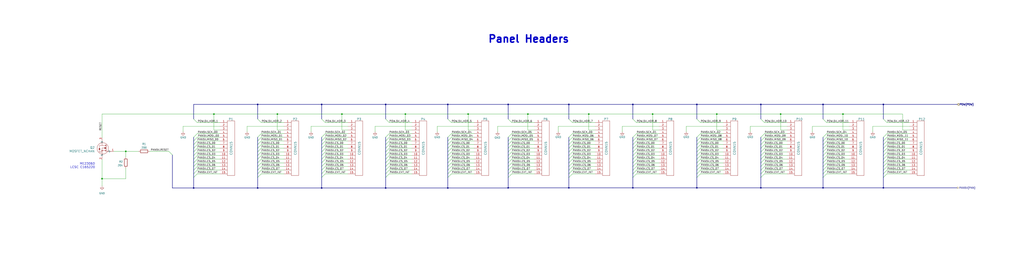
<source format=kicad_sch>
(kicad_sch (version 20250114) (generator "eeschema") (generator_version "9.0")
  (paper "User" 711.2 190.5)
  (title_block (title "12-12 NI G4.1 Arena Modular LED Display") (date "2024-10-08") (rev "v7.1") (company "IORodeo for Reiserlab @ Janelia"))
  (lib_symbols
    (symbol "Device:R" (pin_numbers (hide yes)) (pin_names (offset 0))
      (property "Reference" "R" (at 2.032 0 90))
      (property "Value" "R" (at 0 0 90))
      (symbol "R_0_1"
        (rectangle (start -1.016 -2.54) (end 1.016 2.54) (stroke (width 0.254)))
      )
      (symbol "R_1_1"
        (pin passive line (at 0 3.81 270) (length 1.27) (name "~") (number "1"))
        (pin passive line (at 0 -3.81 90) (length 1.27) (name "~") (number "2"))
      )
    )
    (symbol "arena_custom:CONN15" (pin_names (offset 1.016))
      (property "Reference" "P" (at -17.78 6.35 0))
      (property "Value" "CONN15" (at 13.97 6.35 0))
      (symbol "CONN15_0_1"
        (rectangle (start -19.05 5.08) (end 19.05 0))
      )
      (symbol "CONN15_1_1"
        (pin passive line (at -17.78 -5.08 90) (length 5.08) (name "~") (number "1"))
        (pin passive line (at -15.24 -5.08 90) (length 5.08) (name "~") (number "2"))
        (pin passive line (at -12.7 -5.08 90) (length 5.08) (name "~") (number "3"))
        (pin passive line (at -10.16 -5.08 90) (length 5.08) (name "~") (number "4"))
        (pin passive line (at -7.62 -5.08 90) (length 5.08) (name "~") (number "5"))
        (pin passive line (at -5.08 -5.08 90) (length 5.08) (name "~") (number "6"))
        (pin passive line (at -2.54 -5.08 90) (length 5.08) (name "~") (number "7"))
        (pin passive line (at 0 -5.08 90) (length 5.08) (name "~") (number "8"))
        (pin passive line (at 2.54 -5.08 90) (length 5.08) (name "~") (number "9"))
        (pin passive line (at 5.08 -5.08 90) (length 5.08) (name "~") (number "10"))
        (pin passive line (at 7.62 -5.08 90) (length 5.08) (name "~") (number "11"))
        (pin passive line (at 10.16 -5.08 90) (length 5.08) (name "~") (number "12"))
        (pin passive line (at 12.7 -5.08 90) (length 5.08) (name "~") (number "13"))
        (pin passive line (at 15.24 -5.08 90) (length 5.08) (name "~") (number "14"))
        (pin passive line (at 17.78 -5.08 90) (length 5.08) (name "~") (number "15"))
      )
    )
    (symbol "arena_custom:MOSFET_NCHAN" (pin_names (offset 1.016))
      (property "Reference" "Q" (at -4.826 6.35 0))
      (property "Value" "MOSFET_NCHAN" (at 0.381 -7.62 0))
      (symbol "MOSFET_NCHAN_0_1"
        (polyline (pts (xy -6.858 0) (xy -5.842 0)))
        (polyline (pts (xy -6.096 0) (xy -3.048 0) (xy -3.048 4.572)))
        (polyline (pts (xy -2.54 3.556) (xy -2.54 4.572)) (stroke (width 0.254)))
        (polyline (pts (xy -2.54 2.286) (xy -1.778 2.794) (xy -1.778 1.778) (xy -2.54 2.286)) (fill (type outline)))
        (polyline (pts (xy -2.54 1.778) (xy -2.54 2.794)) (stroke (width 0.254)))
        (polyline (pts (xy -2.54 0.508) (xy 0 0.508) (xy 0 2.286) (xy -1.778 2.286)))
        (polyline (pts (xy -2.54 0) (xy -2.54 1.016)) (stroke (width 0.254)))
        (circle (center -0.508 2.032) (radius 3.9624))
        (polyline (pts (xy -0.254 4.064) (xy -2.54 4.064)))
        (polyline (pts (xy 0 8.255) (xy 0 4.064)))
        (circle (center 0 0.508) (radius 0.254) (fill (type outline)))
        (polyline (pts (xy 0 0.508) (xy 0 -1.524)))
        (polyline (pts (xy 0 -0.508) (xy 1.778 -0.508) (xy 1.778 4.064) (xy -0.254 4.064)))
        (polyline (pts (xy 0 -4.318) (xy 0 -1.524)))
        (polyline (pts (xy 1.27 2.032) (xy 2.286 2.032)))
        (polyline (pts (xy 1.778 2.032) (xy 1.27 1.27) (xy 2.286 1.27) (xy 1.778 2.032)) (fill (type outline)))
      )
      (symbol "MOSFET_NCHAN_1_1"
        (pin input line (at -8.128 0 0) (length 1.27) (name "G") (number "1"))
        (pin input line (at 0 9.525 270) (length 1.27) (name "D") (number "3"))
        (pin input line (at 0 -5.588 90) (length 1.27) (name "S") (number "2"))
      )
    )
    (symbol "power:GND" (power) (pin_names (offset 0))
      (property "Value" "GND" (at 0 -3.81 0))
      (symbol "GND_0_1"
        (polyline (pts (xy 0 0) (xy 0 -1.27) (xy 1.27 -1.27) (xy 0 -2.54) (xy -1.27 -1.27) (xy 0 -1.27)))
      )
      (symbol "GND_1_1"
        (pin power_in line (at 0 0 270) (length 0) (hide yes) (name "GND") (number "1"))
      )
    )
  )
  (bus_alias "PAN" (members "CS_00" "CS_01" "CS_02" "CS_03" "CS_04" "CS_05" "SCK_00" "SCK_01" "SCK_02" "SCK_03" "SCK_04" "SCK_05" "MOSI_00" "MISO_00" "MOSI_01" "MISO_01" "MOSI_02" "MISO_02" "MOSI_03" "MISO_03" "MOSI_04" "MISO_04" "MOSI_05" "MISO_05" "MOSI_06" "MISO_06" "MOSI_07" "MISO_07" "MOSI_08" "MISO_08" "MOSI_09" "MISO_09" "MOSI_10" "MISO_10" "MOSI_11" "MISO_11" "EXT_INT" "RESET" "CS_06" "CS_07"))
  (text "Panel Headers" (at 338.709 30.226 0) (effects (font (size 5.08 5.08) (thickness 1.016) (bold yes)) (justify left bottom)))
  (text "ME2306D\nLCSC C165220\n" (at 66.04 117.348 0) (effects (font (size 1.524 1.524)) (justify right bottom)))
  (junction (at 267.843 72.644))
  (junction (at 439.547 130.683))
  (junction (at 325.12 79.375))
  (junction (at 483.997 130.683))
  (junction (at 528.447 72.644))
  (junction (at 192.659 79.375))
  (junction (at 395.097 130.683))
  (junction (at 70.866 124.333))
  (junction (at 223.393 130.81))
  (junction (at 571.627 130.683))
  (junction (at 223.393 72.644))
  (junction (at 148.59 79.375))
  (junction (at 311.023 72.644))
  (junction (at 87.376 105.283))
  (junction (at 571.627 72.644))
  (junction (at 528.447 130.683))
  (junction (at 178.943 130.81))
  (junction (at 281.559 79.375))
  (junction (at 453.263 79.375))
  (junction (at 585.47 79.375))
  (junction (at 497.84 79.375))
  (junction (at 395.097 72.644))
  (junction (at 613.537 72.644))
  (junction (at 439.547 72.644))
  (junction (at 352.933 130.683))
  (junction (at 178.943 72.644))
  (junction (at 542.163 79.375))
  (junction (at 366.649 79.375))
  (junction (at 134.493 130.81))
  (junction (at 237.49 79.375))
  (junction (at 613.537 130.683))
  (junction (at 408.94 79.375))
  (junction (at 483.997 72.644))
  (junction (at 267.843 130.81))
  (junction (at 352.933 72.644))
  (junction (at 311.023 130.81))
  (bus_entry (at 528.447 82.804) (size 2.54 2.54))
  (bus_entry (at 571.627 103.124) (size 2.54 -2.54))
  (bus_entry (at 395.097 98.044) (size 2.54 -2.54))
  (bus_entry (at 613.537 115.824) (size 2.54 -2.54))
  (bus_entry (at 311.023 95.504) (size 2.54 -2.54))
  (bus_entry (at 613.537 100.584) (size 2.54 -2.54))
  (bus_entry (at 483.997 113.284) (size 2.54 -2.54))
  (bus_entry (at 613.537 103.124) (size 2.54 -2.54))
  (bus_entry (at 352.933 105.664) (size 2.54 -2.54))
  (bus_entry (at 178.943 100.584) (size 2.54 -2.54))
  (bus_entry (at 267.843 113.284) (size 2.54 -2.54))
  (bus_entry (at 528.447 110.744) (size 2.54 -2.54))
  (bus_entry (at 134.493 100.584) (size 2.54 -2.54))
  (bus_entry (at 223.393 105.664) (size 2.54 -2.54))
  (bus_entry (at 223.393 113.284) (size 2.54 -2.54))
  (bus_entry (at 571.627 123.444) (size 2.54 -2.54))
  (bus_entry (at 267.843 82.804) (size 2.54 2.54))
  (bus_entry (at 134.493 95.504) (size 2.54 -2.54))
  (bus_entry (at 483.997 105.664) (size 2.54 -2.54))
  (bus_entry (at 571.627 118.364) (size 2.54 -2.54))
  (bus_entry (at 439.547 120.904) (size 2.54 -2.54))
  (bus_entry (at 613.537 95.504) (size 2.54 -2.54))
  (bus_entry (at 311.023 120.904) (size 2.54 -2.54))
  (bus_entry (at 178.943 108.204) (size 2.54 -2.54))
  (bus_entry (at 352.933 118.364) (size 2.54 -2.54))
  (bus_entry (at 395.097 120.904) (size 2.54 -2.54))
  (bus_entry (at 528.447 98.044) (size 2.54 -2.54))
  (bus_entry (at 571.627 82.804) (size 2.54 2.54))
  (bus_entry (at 267.843 105.664) (size 2.54 -2.54))
  (bus_entry (at 223.393 82.804) (size 2.54 2.54))
  (bus_entry (at 178.943 110.744) (size 2.54 -2.54))
  (bus_entry (at 483.997 95.504) (size 2.54 -2.54))
  (bus_entry (at 439.547 113.284) (size 2.54 -2.54))
  (bus_entry (at 352.933 95.504) (size 2.54 -2.54))
  (bus_entry (at 571.627 115.824) (size 2.54 -2.54))
  (bus_entry (at 352.933 100.584) (size 2.54 -2.54))
  (bus_entry (at 352.933 108.204) (size 2.54 -2.54))
  (bus_entry (at 395.097 103.124) (size 2.54 -2.54))
  (bus_entry (at 395.097 82.804) (size 2.54 2.54))
  (bus_entry (at 439.547 100.584) (size 2.54 -2.54))
  (bus_entry (at 223.393 95.504) (size 2.54 -2.54))
  (bus_entry (at 311.023 108.204) (size 2.54 -2.54))
  (bus_entry (at 613.537 82.804) (size 2.54 2.54))
  (bus_entry (at 134.493 110.744) (size 2.54 -2.54))
  (bus_entry (at 571.627 120.904) (size 2.54 -2.54))
  (bus_entry (at 178.943 113.284) (size 2.54 -2.54))
  (bus_entry (at 483.997 100.584) (size 2.54 -2.54))
  (bus_entry (at 223.393 108.204) (size 2.54 -2.54))
  (bus_entry (at 352.933 82.804) (size 2.54 2.54))
  (bus_entry (at 395.097 110.744) (size 2.54 -2.54))
  (bus_entry (at 613.537 118.364) (size 2.54 -2.54))
  (bus_entry (at 352.933 123.444) (size 2.54 -2.54))
  (bus_entry (at 439.547 115.824) (size 2.54 -2.54))
  (bus_entry (at 571.627 110.744) (size 2.54 -2.54))
  (bus_entry (at 395.097 115.824) (size 2.54 -2.54))
  (bus_entry (at 267.843 95.504) (size 2.54 -2.54))
  (bus_entry (at 223.393 103.124) (size 2.54 -2.54))
  (bus_entry (at 395.097 113.284) (size 2.54 -2.54))
  (bus_entry (at 483.997 110.744) (size 2.54 -2.54))
  (bus_entry (at 395.097 108.204) (size 2.54 -2.54))
  (bus_entry (at 178.943 123.444) (size 2.54 -2.54))
  (bus_entry (at 223.393 100.584) (size 2.54 -2.54))
  (bus_entry (at 119.761 107.823) (size -2.54 -2.54))
  (bus_entry (at 483.997 123.444) (size 2.54 -2.54))
  (bus_entry (at 571.627 98.044) (size 2.54 -2.54))
  (bus_entry (at 267.843 118.364) (size 2.54 -2.54))
  (bus_entry (at 311.023 110.744) (size 2.54 -2.54))
  (bus_entry (at 223.393 120.904) (size 2.54 -2.54))
  (bus_entry (at 311.023 123.444) (size 2.54 -2.54))
  (bus_entry (at 352.933 98.044) (size 2.54 -2.54))
  (bus_entry (at 395.097 118.364) (size 2.54 -2.54))
  (bus_entry (at 439.547 108.204) (size 2.54 -2.54))
  (bus_entry (at 267.843 108.204) (size 2.54 -2.54))
  (bus_entry (at 352.933 113.284) (size 2.54 -2.54))
  (bus_entry (at 613.537 98.044) (size 2.54 -2.54))
  (bus_entry (at 223.393 110.744) (size 2.54 -2.54))
  (bus_entry (at 178.943 120.904) (size 2.54 -2.54))
  (bus_entry (at 613.537 123.444) (size 2.54 -2.54))
  (bus_entry (at 483.997 82.804) (size 2.54 2.54))
  (bus_entry (at 439.547 95.504) (size 2.54 -2.54))
  (bus_entry (at 528.447 115.824) (size 2.54 -2.54))
  (bus_entry (at 483.997 98.044) (size 2.54 -2.54))
  (bus_entry (at 134.493 98.044) (size 2.54 -2.54))
  (bus_entry (at 311.023 113.284) (size 2.54 -2.54))
  (bus_entry (at 134.493 115.824) (size 2.54 -2.54))
  (bus_entry (at 267.843 100.584) (size 2.54 -2.54))
  (bus_entry (at 528.447 108.204) (size 2.54 -2.54))
  (bus_entry (at 134.493 105.664) (size 2.54 -2.54))
  (bus_entry (at 352.933 110.744) (size 2.54 -2.54))
  (bus_entry (at 613.537 113.284) (size 2.54 -2.54))
  (bus_entry (at 352.933 103.124) (size 2.54 -2.54))
  (bus_entry (at 439.547 103.124) (size 2.54 -2.54))
  (bus_entry (at 571.627 113.284) (size 2.54 -2.54))
  (bus_entry (at 528.447 113.284) (size 2.54 -2.54))
  (bus_entry (at 571.627 105.664) (size 2.54 -2.54))
  (bus_entry (at 613.537 120.904) (size 2.54 -2.54))
  (bus_entry (at 178.943 98.044) (size 2.54 -2.54))
  (bus_entry (at 483.997 108.204) (size 2.54 -2.54))
  (bus_entry (at 178.943 105.664) (size 2.54 -2.54))
  (bus_entry (at 395.097 123.444) (size 2.54 -2.54))
  (bus_entry (at 267.843 103.124) (size 2.54 -2.54))
  (bus_entry (at 267.843 110.744) (size 2.54 -2.54))
  (bus_entry (at 528.447 103.124) (size 2.54 -2.54))
  (bus_entry (at 134.493 103.124) (size 2.54 -2.54))
  (bus_entry (at 483.997 120.904) (size 2.54 -2.54))
  (bus_entry (at 311.023 82.804) (size 2.54 2.54))
  (bus_entry (at 223.393 123.444) (size 2.54 -2.54))
  (bus_entry (at 311.023 105.664) (size 2.54 -2.54))
  (bus_entry (at 483.997 103.124) (size 2.54 -2.54))
  (bus_entry (at 483.997 118.364) (size 2.54 -2.54))
  (bus_entry (at 571.627 108.204) (size 2.54 -2.54))
  (bus_entry (at 483.997 115.824) (size 2.54 -2.54))
  (bus_entry (at 613.537 110.744) (size 2.54 -2.54))
  (bus_entry (at 223.393 118.364) (size 2.54 -2.54))
  (bus_entry (at 134.493 113.284) (size 2.54 -2.54))
  (bus_entry (at 134.493 108.204) (size 2.54 -2.54))
  (bus_entry (at 439.547 105.664) (size 2.54 -2.54))
  (bus_entry (at 178.943 103.124) (size 2.54 -2.54))
  (bus_entry (at 439.547 98.044) (size 2.54 -2.54))
  (bus_entry (at 134.493 118.364) (size 2.54 -2.54))
  (bus_entry (at 311.023 118.364) (size 2.54 -2.54))
  (bus_entry (at 439.547 82.804) (size 2.54 2.54))
  (bus_entry (at 571.627 95.504) (size 2.54 -2.54))
  (bus_entry (at 267.843 123.444) (size 2.54 -2.54))
  (bus_entry (at 223.393 98.044) (size 2.54 -2.54))
  (bus_entry (at 528.447 123.444) (size 2.54 -2.54))
  (bus_entry (at 528.447 118.364) (size 2.54 -2.54))
  (bus_entry (at 439.547 118.364) (size 2.54 -2.54))
  (bus_entry (at 311.023 100.584) (size 2.54 -2.54))
  (bus_entry (at 311.023 115.824) (size 2.54 -2.54))
  (bus_entry (at 134.493 120.904) (size 2.54 -2.54))
  (bus_entry (at 134.493 123.444) (size 2.54 -2.54))
  (bus_entry (at 395.097 100.584) (size 2.54 -2.54))
  (bus_entry (at 528.447 95.504) (size 2.54 -2.54))
  (bus_entry (at 395.097 95.504) (size 2.54 -2.54))
  (bus_entry (at 352.933 120.904) (size 2.54 -2.54))
  (bus_entry (at 439.547 110.744) (size 2.54 -2.54))
  (bus_entry (at 613.537 108.204) (size 2.54 -2.54))
  (bus_entry (at 528.447 105.664) (size 2.54 -2.54))
  (bus_entry (at 178.943 82.804) (size 2.54 2.54))
  (bus_entry (at 311.023 98.044) (size 2.54 -2.54))
  (bus_entry (at 267.843 120.904) (size 2.54 -2.54))
  (bus_entry (at 528.447 120.904) (size 2.54 -2.54))
  (bus_entry (at 134.493 82.804) (size 2.54 2.54))
  (bus_entry (at 352.933 115.824) (size 2.54 -2.54))
  (bus_entry (at 613.537 105.664) (size 2.54 -2.54))
  (bus_entry (at 267.843 98.044) (size 2.54 -2.54))
  (bus_entry (at 223.393 115.824) (size 2.54 -2.54))
  (bus_entry (at 267.843 115.824) (size 2.54 -2.54))
  (bus_entry (at 178.943 95.504) (size 2.54 -2.54))
  (bus_entry (at 439.547 123.444) (size 2.54 -2.54))
  (bus_entry (at 395.097 105.664) (size 2.54 -2.54))
  (bus_entry (at 571.627 100.584) (size 2.54 -2.54))
  (bus_entry (at 311.023 103.124) (size 2.54 -2.54))
  (bus_entry (at 178.943 118.364) (size 2.54 -2.54))
  (bus_entry (at 528.447 100.584) (size 2.54 -2.54))
  (bus_entry (at 178.943 115.824) (size 2.54 -2.54))
  (wire (pts (xy 192.659 90.424) (xy 192.659 79.375)))
  (bus (pts (xy 352.933 115.824) (xy 352.933 113.284)))
  (wire (pts (xy 574.167 110.744) (xy 589.915 110.744)))
  (bus (pts (xy 311.023 72.644) (xy 311.023 82.804)))
  (bus (pts (xy 267.843 130.81) (xy 311.023 130.81)))
  (bus (pts (xy 178.943 130.81) (xy 223.393 130.81)))
  (wire (pts (xy 313.563 108.204) (xy 329.311 108.204)))
  (bus (pts (xy 119.761 107.823) (xy 119.761 130.81)))
  (bus (pts (xy 311.023 72.644) (xy 352.933 72.644)))
  (wire (pts (xy 225.933 85.344) (xy 241.681 85.344)))
  (wire (pts (xy 606.171 87.884) (xy 631.825 87.884)))
  (bus (pts (xy 352.933 118.364) (xy 352.933 115.824)))
  (bus (pts (xy 267.843 130.81) (xy 267.843 123.444)))
  (wire (pts (xy 542.163 90.424) (xy 542.163 79.375)))
  (wire (pts (xy 564.261 87.884) (xy 564.261 91.694)))
  (wire (pts (xy 442.087 108.204) (xy 457.835 108.204)))
  (bus (pts (xy 134.493 98.044) (xy 134.493 100.584)))
  (wire (pts (xy 486.537 103.124) (xy 502.285 103.124)))
  (bus (pts (xy 439.547 103.124) (xy 439.547 105.664)))
  (bus (pts (xy 483.997 103.124) (xy 483.997 105.664)))
  (wire (pts (xy 117.221 105.283) (xy 103.886 105.283)))
  (bus (pts (xy 223.393 105.664) (xy 223.393 108.204)))
  (bus (pts (xy 613.537 100.584) (xy 613.537 103.124)))
  (bus (pts (xy 178.943 110.744) (xy 178.943 113.284)))
  (wire (pts (xy 616.077 85.344) (xy 631.825 85.344)))
  (bus (pts (xy 483.997 95.504) (xy 483.997 98.044)))
  (wire (pts (xy 270.383 110.744) (xy 286.131 110.744)))
  (bus (pts (xy 571.627 100.584) (xy 571.627 103.124)))
  (bus (pts (xy 134.493 110.744) (xy 134.493 113.284)))
  (bus (pts (xy 571.627 123.444) (xy 571.627 120.904)))
  (wire (pts (xy 442.087 98.044) (xy 457.835 98.044)))
  (bus (pts (xy 311.023 98.044) (xy 311.023 100.584)))
  (bus (pts (xy 483.997 72.644) (xy 483.997 82.804)))
  (bus (pts (xy 395.097 123.444) (xy 395.097 130.683)))
  (wire (pts (xy 303.657 87.884) (xy 303.657 91.694)))
  (bus (pts (xy 395.097 113.284) (xy 395.097 115.824)))
  (wire (pts (xy 260.477 87.884) (xy 260.477 91.694)))
  (bus (pts (xy 439.547 72.644) (xy 439.547 82.804)))
  (bus (pts (xy 528.447 108.204) (xy 528.447 110.744)))
  (bus (pts (xy 267.843 72.644) (xy 311.023 72.644)))
  (wire (pts (xy 486.537 92.964) (xy 502.285 92.964)))
  (bus (pts (xy 352.933 95.504) (xy 352.933 98.044)))
  (bus (pts (xy 223.393 130.81) (xy 223.393 123.444)))
  (wire (pts (xy 530.987 113.284) (xy 546.735 113.284)))
  (wire (pts (xy 181.483 85.344) (xy 197.231 85.344)))
  (wire (pts (xy 574.167 95.504) (xy 589.915 95.504)))
  (bus (pts (xy 267.843 118.364) (xy 267.843 115.824)))
  (wire (pts (xy 137.033 110.744) (xy 152.781 110.744)))
  (bus (pts (xy 528.447 123.444) (xy 528.447 120.904)))
  (bus (pts (xy 528.447 98.044) (xy 528.447 100.584)))
  (bus (pts (xy 528.447 72.644) (xy 571.627 72.644)))
  (wire (pts (xy 313.563 120.904) (xy 329.311 120.904)))
  (wire (pts (xy 313.563 105.664) (xy 329.311 105.664)))
  (wire (pts (xy 486.537 95.504) (xy 502.285 95.504)))
  (wire (pts (xy 70.866 124.333) (xy 70.866 129.413)))
  (bus (pts (xy 267.843 108.204) (xy 267.843 110.744)))
  (wire (pts (xy 371.221 90.424) (xy 366.649 90.424)))
  (bus (pts (xy 395.097 103.124) (xy 395.097 105.664)))
  (wire (pts (xy 286.131 90.424) (xy 281.559 90.424)))
  (bus (pts (xy 439.547 95.504) (xy 439.547 98.044)))
  (wire (pts (xy 137.033 95.504) (xy 152.781 95.504)))
  (wire (pts (xy 453.263 90.424) (xy 453.263 79.375)))
  (wire (pts (xy 225.933 92.964) (xy 241.681 92.964)))
  (bus (pts (xy 352.933 130.683) (xy 395.097 130.683)))
  (wire (pts (xy 270.383 108.204) (xy 286.131 108.204)))
  (bus (pts (xy 311.023 105.664) (xy 311.023 108.204)))
  (wire (pts (xy 355.473 105.664) (xy 371.221 105.664)))
  (wire (pts (xy 397.637 108.204) (xy 413.385 108.204)))
  (bus (pts (xy 483.997 130.683) (xy 528.447 130.683)))
  (wire (pts (xy 616.077 108.204) (xy 631.825 108.204)))
  (bus (pts (xy 134.493 118.364) (xy 134.493 120.904)))
  (wire (pts (xy 137.033 92.964) (xy 152.781 92.964)))
  (wire (pts (xy 355.473 115.824) (xy 371.221 115.824)))
  (wire (pts (xy 137.033 85.344) (xy 152.781 85.344)))
  (bus (pts (xy 178.943 113.284) (xy 178.943 115.824)))
  (wire (pts (xy 325.12 79.375) (xy 366.649 79.375)))
  (wire (pts (xy 345.567 87.884) (xy 371.221 87.884)))
  (bus (pts (xy 439.547 130.683) (xy 483.997 130.683)))
  (wire (pts (xy 616.077 92.964) (xy 631.825 92.964)))
  (wire (pts (xy 616.077 118.364) (xy 631.825 118.364)))
  (wire (pts (xy 530.987 100.584) (xy 546.735 100.584)))
  (wire (pts (xy 442.087 95.504) (xy 457.835 95.504)))
  (wire (pts (xy 181.483 108.204) (xy 197.231 108.204)))
  (wire (pts (xy 137.033 105.664) (xy 152.781 105.664)))
  (wire (pts (xy 530.987 92.964) (xy 546.735 92.964)))
  (bus (pts (xy 571.627 118.364) (xy 571.627 115.824)))
  (bus (pts (xy 267.843 100.584) (xy 267.843 103.124)))
  (wire (pts (xy 442.087 113.284) (xy 457.835 113.284)))
  (wire (pts (xy 397.637 100.584) (xy 413.385 100.584)))
  (wire (pts (xy 476.631 87.884) (xy 476.631 91.694)))
  (bus (pts (xy 311.023 123.444) (xy 311.023 120.904)))
  (bus (pts (xy 613.537 118.364) (xy 613.537 115.824)))
  (wire (pts (xy 192.659 79.375) (xy 237.49 79.375)))
  (wire (pts (xy 181.483 113.284) (xy 197.231 113.284)))
  (wire (pts (xy 486.537 85.344) (xy 502.285 85.344)))
  (bus (pts (xy 267.843 115.824) (xy 267.843 113.284)))
  (bus (pts (xy 571.627 115.824) (xy 571.627 113.284)))
  (bus (pts (xy 223.393 100.584) (xy 223.393 103.124)))
  (bus (pts (xy 395.097 110.744) (xy 395.097 113.284)))
  (bus (pts (xy 613.537 72.644) (xy 613.537 82.804)))
  (wire (pts (xy 281.559 90.424) (xy 281.559 79.375)))
  (wire (pts (xy 530.987 115.824) (xy 546.735 115.824)))
  (wire (pts (xy 137.033 98.044) (xy 152.781 98.044)))
  (wire (pts (xy 530.987 95.504) (xy 546.735 95.504)))
  (bus (pts (xy 613.537 130.683) (xy 664.591 130.683)))
  (wire (pts (xy 181.483 110.744) (xy 197.231 110.744)))
  (bus (pts (xy 178.943 72.644) (xy 178.943 82.804)))
  (bus (pts (xy 528.447 123.444) (xy 528.447 130.683)))
  (wire (pts (xy 486.537 108.204) (xy 502.285 108.204)))
  (bus (pts (xy 178.943 118.364) (xy 178.943 120.904)))
  (wire (pts (xy 453.263 79.375) (xy 497.84 79.375)))
  (bus (pts (xy 439.547 113.284) (xy 439.547 115.824)))
  (bus (pts (xy 134.493 82.804) (xy 134.493 72.644)))
  (bus (pts (xy 395.097 115.824) (xy 395.097 118.364)))
  (bus (pts (xy 439.547 118.364) (xy 439.547 120.904)))
  (wire (pts (xy 270.383 113.284) (xy 286.131 113.284)))
  (bus (pts (xy 352.933 105.664) (xy 352.933 108.204)))
  (wire (pts (xy 530.987 98.044) (xy 546.735 98.044)))
  (wire (pts (xy 574.167 108.204) (xy 589.915 108.204)))
  (bus (pts (xy 483.997 72.644) (xy 528.447 72.644)))
  (bus (pts (xy 395.097 100.584) (xy 395.097 103.124)))
  (wire (pts (xy 442.087 118.364) (xy 457.835 118.364)))
  (bus (pts (xy 178.943 115.824) (xy 178.943 118.364)))
  (bus (pts (xy 395.097 105.664) (xy 395.097 108.204)))
  (wire (pts (xy 216.027 87.884) (xy 241.681 87.884)))
  (bus (pts (xy 223.393 72.644) (xy 267.843 72.644)))
  (wire (pts (xy 237.49 90.424) (xy 237.49 79.375)))
  (bus (pts (xy 571.627 120.904) (xy 571.627 118.364)))
  (wire (pts (xy 355.473 110.744) (xy 371.221 110.744)))
  (bus (pts (xy 613.537 120.904) (xy 613.537 118.364)))
  (wire (pts (xy 137.033 100.584) (xy 152.781 100.584)))
  (wire (pts (xy 355.473 98.044) (xy 371.221 98.044)))
  (wire (pts (xy 181.483 100.584) (xy 197.231 100.584)))
  (bus (pts (xy 134.493 115.824) (xy 134.493 118.364)))
  (wire (pts (xy 574.167 98.044) (xy 589.915 98.044)))
  (wire (pts (xy 546.735 90.424) (xy 542.163 90.424)))
  (bus (pts (xy 223.393 110.744) (xy 223.393 113.284)))
  (wire (pts (xy 313.563 98.044) (xy 329.311 98.044)))
  (bus (pts (xy 613.537 123.444) (xy 613.537 130.683)))
  (bus (pts (xy 528.447 105.664) (xy 528.447 108.204)))
  (bus (pts (xy 178.943 105.664) (xy 178.943 108.204)))
  (bus (pts (xy 395.097 98.044) (xy 395.097 100.584)))
  (bus (pts (xy 352.933 123.444) (xy 352.933 120.904)))
  (wire (pts (xy 486.537 118.364) (xy 502.285 118.364)))
  (bus (pts (xy 528.447 118.364) (xy 528.447 115.824)))
  (bus (pts (xy 223.393 95.504) (xy 223.393 98.044)))
  (bus (pts (xy 613.537 95.504) (xy 613.537 98.044)))
  (bus (pts (xy 134.493 103.124) (xy 134.493 105.664)))
  (bus (pts (xy 528.447 100.584) (xy 528.447 103.124)))
  (wire (pts (xy 574.167 100.584) (xy 589.915 100.584)))
  (bus (pts (xy 223.393 123.444) (xy 223.393 120.904)))
  (wire (pts (xy 225.933 98.044) (xy 241.681 98.044)))
  (bus (pts (xy 134.493 108.204) (xy 134.493 110.744)))
  (wire (pts (xy 585.47 79.375) (xy 626.872 79.375)))
  (wire (pts (xy 486.537 120.904) (xy 502.285 120.904)))
  (bus (pts (xy 483.997 113.284) (xy 483.997 115.824)))
  (bus (pts (xy 223.393 72.644) (xy 223.393 82.804)))
  (wire (pts (xy 270.383 103.124) (xy 286.131 103.124)))
  (bus (pts (xy 395.097 95.504) (xy 395.097 98.044)))
  (wire (pts (xy 616.077 98.044) (xy 631.825 98.044)))
  (bus (pts (xy 613.537 123.444) (xy 613.537 120.904)))
  (wire (pts (xy 457.835 90.424) (xy 453.263 90.424)))
  (bus (pts (xy 352.933 100.584) (xy 352.933 103.124)))
  (bus (pts (xy 571.627 103.124) (xy 571.627 105.664)))
  (wire (pts (xy 313.563 115.824) (xy 329.311 115.824)))
  (wire (pts (xy 432.181 87.884) (xy 457.835 87.884)))
  (wire (pts (xy 313.563 85.344) (xy 329.311 85.344)))
  (bus (pts (xy 178.943 72.644) (xy 223.393 72.644)))
  (wire (pts (xy 313.563 95.504) (xy 329.311 95.504)))
  (bus (pts (xy 178.943 120.904) (xy 178.943 123.444)))
  (bus (pts (xy 267.843 123.444) (xy 267.843 120.904)))
  (wire (pts (xy 87.376 105.283) (xy 78.994 105.283)))
  (bus (pts (xy 528.447 120.904) (xy 528.447 118.364)))
  (bus (pts (xy 352.933 130.81) (xy 352.933 130.683)))
  (wire (pts (xy 137.033 120.904) (xy 152.781 120.904)))
  (bus (pts (xy 134.493 123.444) (xy 134.493 130.81)))
  (bus (pts (xy 352.933 108.204) (xy 352.933 110.744)))
  (wire (pts (xy 486.537 100.584) (xy 502.285 100.584)))
  (bus (pts (xy 395.097 120.904) (xy 395.097 123.444)))
  (wire (pts (xy 260.477 87.884) (xy 286.131 87.884)))
  (wire (pts (xy 137.033 103.124) (xy 152.781 103.124)))
  (wire (pts (xy 241.681 90.424) (xy 237.49 90.424)))
  (wire (pts (xy 574.167 105.664) (xy 589.915 105.664)))
  (bus (pts (xy 613.537 72.644) (xy 664.845 72.644)))
  (wire (pts (xy 574.167 118.364) (xy 589.915 118.364)))
  (wire (pts (xy 181.483 120.904) (xy 197.231 120.904)))
  (bus (pts (xy 352.933 98.044) (xy 352.933 100.584)))
  (wire (pts (xy 542.163 79.375) (xy 585.47 79.375)))
  (bus (pts (xy 352.933 103.124) (xy 352.933 105.664)))
  (wire (pts (xy 270.383 115.824) (xy 286.131 115.824)))
  (wire (pts (xy 574.167 85.344) (xy 589.915 85.344)))
  (wire (pts (xy 486.537 110.744) (xy 502.285 110.744)))
  (wire (pts (xy 137.033 115.824) (xy 152.781 115.824)))
  (bus (pts (xy 267.843 105.664) (xy 267.843 108.204)))
  (bus (pts (xy 178.943 108.204) (xy 178.943 110.744)))
  (bus (pts (xy 134.493 100.584) (xy 134.493 103.124)))
  (wire (pts (xy 366.649 90.424) (xy 366.649 79.375)))
  (wire (pts (xy 355.473 100.584) (xy 371.221 100.584)))
  (bus (pts (xy 395.097 72.644) (xy 395.097 82.804)))
  (bus (pts (xy 311.023 108.204) (xy 311.023 110.744)))
  (wire (pts (xy 137.033 113.284) (xy 152.781 113.284)))
  (wire (pts (xy 616.077 95.504) (xy 631.825 95.504)))
  (bus (pts (xy 395.097 72.644) (xy 439.547 72.644)))
  (wire (pts (xy 476.631 87.884) (xy 502.285 87.884)))
  (bus (pts (xy 528.447 103.124) (xy 528.447 105.664)))
  (wire (pts (xy 355.473 103.124) (xy 371.221 103.124)))
  (wire (pts (xy 70.866 110.871) (xy 70.866 124.333)))
  (wire (pts (xy 589.915 90.424) (xy 585.47 90.424)))
  (wire (pts (xy 442.087 92.964) (xy 457.835 92.964)))
  (bus (pts (xy 439.547 110.744) (xy 439.547 113.284)))
  (bus (pts (xy 528.447 110.744) (xy 528.447 113.284)))
  (wire (pts (xy 171.577 87.884) (xy 197.231 87.884)))
  (wire (pts (xy 616.077 105.664) (xy 631.825 105.664)))
  (bus (pts (xy 352.933 120.904) (xy 352.933 118.364)))
  (wire (pts (xy 408.94 79.375) (xy 453.263 79.375)))
  (bus (pts (xy 439.547 98.044) (xy 439.547 100.584)))
  (bus (pts (xy 134.493 130.81) (xy 178.943 130.81)))
  (wire (pts (xy 313.563 100.584) (xy 329.311 100.584)))
  (bus (pts (xy 134.493 120.904) (xy 134.493 123.444)))
  (wire (pts (xy 574.167 92.964) (xy 589.915 92.964)))
  (wire (pts (xy 355.473 85.344) (xy 371.221 85.344)))
  (wire (pts (xy 397.637 95.504) (xy 413.385 95.504)))
  (wire (pts (xy 606.171 87.884) (xy 606.171 91.694)))
  (wire (pts (xy 521.081 87.884) (xy 521.081 91.694)))
  (wire (pts (xy 270.383 105.664) (xy 286.131 105.664)))
  (wire (pts (xy 616.077 115.824) (xy 631.825 115.824)))
  (wire (pts (xy 521.081 87.884) (xy 546.735 87.884)))
  (wire (pts (xy 486.537 115.824) (xy 502.285 115.824)))
  (wire (pts (xy 616.077 113.284) (xy 631.825 113.284)))
  (bus (pts (xy 178.943 100.584) (xy 178.943 103.124)))
  (wire (pts (xy 616.077 103.124) (xy 631.825 103.124)))
  (bus (pts (xy 528.447 130.683) (xy 571.627 130.683)))
  (wire (pts (xy 181.483 92.964) (xy 197.231 92.964)))
  (wire (pts (xy 530.987 85.344) (xy 546.735 85.344)))
  (wire (pts (xy 616.077 110.744) (xy 631.825 110.744)))
  (wire (pts (xy 329.311 90.424) (xy 325.12 90.424)))
  (wire (pts (xy 237.49 79.375) (xy 281.559 79.375)))
  (wire (pts (xy 574.167 113.284) (xy 589.915 113.284)))
  (wire (pts (xy 442.087 115.824) (xy 457.835 115.824)))
  (bus (pts (xy 571.627 72.644) (xy 571.627 82.804)))
  (bus (pts (xy 483.997 110.744) (xy 483.997 113.284)))
  (wire (pts (xy 281.559 79.375) (xy 325.12 79.375)))
  (wire (pts (xy 530.987 103.124) (xy 546.735 103.124)))
  (wire (pts (xy 225.933 110.744) (xy 241.681 110.744)))
  (wire (pts (xy 197.231 90.424) (xy 192.659 90.424)))
  (bus (pts (xy 483.997 105.664) (xy 483.997 108.204)))
  (bus (pts (xy 613.537 98.044) (xy 613.537 100.584)))
  (wire (pts (xy 502.285 90.424) (xy 497.84 90.424)))
  (bus (pts (xy 528.447 72.644) (xy 528.447 82.804)))
  (wire (pts (xy 397.637 103.124) (xy 413.385 103.124)))
  (wire (pts (xy 355.473 118.364) (xy 371.221 118.364)))
  (wire (pts (xy 387.731 87.884) (xy 387.731 91.694)))
  (wire (pts (xy 564.261 87.884) (xy 589.915 87.884)))
  (bus (pts (xy 134.493 113.284) (xy 134.493 115.824)))
  (wire (pts (xy 225.933 105.664) (xy 241.681 105.664)))
  (bus (pts (xy 134.493 95.504) (xy 134.493 98.044)))
  (bus (pts (xy 571.627 110.744) (xy 571.627 113.284)))
  (bus (pts (xy 119.761 130.81) (xy 134.493 130.81)))
  (wire (pts (xy 70.866 79.375) (xy 70.866 95.758)))
  (wire (pts (xy 442.087 103.124) (xy 457.835 103.124)))
  (wire (pts (xy 366.649 79.375) (xy 408.94 79.375)))
  (wire (pts (xy 70.866 79.375) (xy 148.59 79.375)))
  (bus (pts (xy 311.023 120.904) (xy 311.023 118.364)))
  (bus (pts (xy 439.547 105.664) (xy 439.547 108.204)))
  (bus (pts (xy 223.393 130.81) (xy 267.843 130.81)))
  (wire (pts (xy 486.537 105.664) (xy 502.285 105.664)))
  (wire (pts (xy 181.483 103.124) (xy 197.231 103.124)))
  (wire (pts (xy 530.987 120.904) (xy 546.735 120.904)))
  (bus (pts (xy 223.393 118.364) (xy 223.393 115.824)))
  (wire (pts (xy 397.637 113.284) (xy 413.385 113.284)))
  (wire (pts (xy 270.383 100.584) (xy 286.131 100.584)))
  (wire (pts (xy 270.383 95.504) (xy 286.131 95.504)))
  (wire (pts (xy 355.473 108.204) (xy 371.221 108.204)))
  (wire (pts (xy 270.383 120.904) (xy 286.131 120.904)))
  (bus (pts (xy 483.997 100.584) (xy 483.997 103.124)))
  (wire (pts (xy 225.933 113.284) (xy 241.681 113.284)))
  (wire (pts (xy 530.987 108.204) (xy 546.735 108.204)))
  (wire (pts (xy 397.637 85.344) (xy 413.385 85.344)))
  (wire (pts (xy 148.59 79.375) (xy 192.659 79.375)))
  (bus (pts (xy 178.943 103.124) (xy 178.943 105.664)))
  (bus (pts (xy 395.097 108.204) (xy 395.097 110.744)))
  (wire (pts (xy 152.781 90.424) (xy 148.59 90.424)))
  (wire (pts (xy 585.47 90.424) (xy 585.47 79.375)))
  (wire (pts (xy 497.84 79.375) (xy 542.163 79.375)))
  (wire (pts (xy 313.563 113.284) (xy 329.311 113.284)))
  (bus (pts (xy 267.843 103.124) (xy 267.843 105.664)))
  (bus (pts (xy 352.933 72.644) (xy 395.097 72.644)))
  (bus (pts (xy 439.547 123.444) (xy 439.547 130.683)))
  (wire (pts (xy 225.933 103.124) (xy 241.681 103.124)))
  (wire (pts (xy 225.933 120.904) (xy 241.681 120.904)))
  (wire (pts (xy 96.266 105.283) (xy 87.376 105.283)))
  (bus (pts (xy 223.393 103.124) (xy 223.393 105.664)))
  (bus (pts (xy 528.447 95.504) (xy 528.447 98.044)))
  (wire (pts (xy 225.933 108.204) (xy 241.681 108.204)))
  (wire (pts (xy 432.181 87.884) (xy 432.181 91.694)))
  (wire (pts (xy 442.087 85.344) (xy 457.835 85.344)))
  (bus (pts (xy 439.547 108.204) (xy 439.547 110.744)))
  (bus (pts (xy 483.997 123.444) (xy 483.997 130.683)))
  (wire (pts (xy 397.637 98.044) (xy 413.385 98.044)))
  (wire (pts (xy 345.567 87.884) (xy 345.567 91.694)))
  (bus (pts (xy 483.997 118.364) (xy 483.997 120.904)))
  (wire (pts (xy 355.473 92.964) (xy 371.221 92.964)))
  (wire (pts (xy 216.027 87.884) (xy 216.027 91.694)))
  (wire (pts (xy 313.563 118.364) (xy 329.311 118.364)))
  (bus (pts (xy 483.997 108.204) (xy 483.997 110.744)))
  (bus (pts (xy 267.843 95.504) (xy 267.843 98.044)))
  (wire (pts (xy 127.127 87.884) (xy 127.127 91.694)))
  (wire (pts (xy 397.637 120.904) (xy 413.385 120.904)))
  (wire (pts (xy 616.077 100.584) (xy 631.825 100.584)))
  (wire (pts (xy 148.59 90.424) (xy 148.59 79.375)))
  (bus (pts (xy 571.627 98.044) (xy 571.627 100.584)))
  (bus (pts (xy 483.997 120.904) (xy 483.997 123.444)))
  (bus (pts (xy 311.023 118.364) (xy 311.023 115.824)))
  (wire (pts (xy 530.987 118.364) (xy 546.735 118.364)))
  (wire (pts (xy 442.087 120.904) (xy 457.835 120.904)))
  (bus (pts (xy 311.023 110.744) (xy 311.023 113.284)))
  (bus (pts (xy 571.627 130.683) (xy 613.537 130.683)))
  (wire (pts (xy 486.537 98.044) (xy 502.285 98.044)))
  (bus (pts (xy 134.493 72.644) (xy 178.943 72.644)))
  (wire (pts (xy 225.933 118.364) (xy 241.681 118.364)))
  (bus (pts (xy 267.843 98.044) (xy 267.843 100.584)))
  (bus (pts (xy 134.493 105.664) (xy 134.493 108.204)))
  (bus (pts (xy 395.097 118.364) (xy 395.097 120.904)))
  (wire (pts (xy 225.933 95.504) (xy 241.681 95.504)))
  (wire (pts (xy 397.637 110.744) (xy 413.385 110.744)))
  (bus (pts (xy 613.537 103.124) (xy 613.537 105.664)))
  (wire (pts (xy 127.127 87.884) (xy 152.781 87.884)))
  (bus (pts (xy 613.537 108.204) (xy 613.537 110.744)))
  (wire (pts (xy 442.087 105.664) (xy 457.835 105.664)))
  (wire (pts (xy 270.383 85.344) (xy 286.131 85.344)))
  (wire (pts (xy 397.637 118.364) (xy 413.385 118.364)))
  (bus (pts (xy 613.537 110.744) (xy 613.537 113.284)))
  (bus (pts (xy 178.943 123.444) (xy 178.943 130.81)))
  (bus (pts (xy 223.393 115.824) (xy 223.393 113.284)))
  (wire (pts (xy 181.483 95.504) (xy 197.231 95.504)))
  (bus (pts (xy 571.627 72.644) (xy 613.537 72.644)))
  (wire (pts (xy 171.577 87.884) (xy 171.577 91.694)))
  (wire (pts (xy 626.872 90.424) (xy 631.825 90.424)))
  (bus (pts (xy 571.627 105.664) (xy 571.627 108.204)))
  (bus (pts (xy 311.023 103.124) (xy 311.023 105.664)))
  (bus (pts (xy 439.547 72.644) (xy 483.997 72.644)))
  (wire (pts (xy 387.731 87.884) (xy 413.385 87.884)))
  (bus (pts (xy 613.537 115.824) (xy 613.537 113.284)))
  (bus (pts (xy 311.023 115.824) (xy 311.023 113.284)))
  (wire (pts (xy 325.12 90.424) (xy 325.12 79.375)))
  (wire (pts (xy 225.933 100.584) (xy 241.681 100.584)))
  (bus (pts (xy 439.547 115.824) (xy 439.547 118.364)))
  (wire (pts (xy 397.637 92.964) (xy 413.385 92.964)))
  (wire (pts (xy 270.383 92.964) (xy 286.131 92.964)))
  (wire (pts (xy 413.385 90.424) (xy 408.94 90.424)))
  (wire (pts (xy 181.483 118.364) (xy 197.231 118.364)))
  (wire (pts (xy 270.383 118.364) (xy 286.131 118.364)))
  (wire (pts (xy 442.087 110.744) (xy 457.835 110.744)))
  (wire (pts (xy 497.84 90.424) (xy 497.84 79.375)))
  (wire (pts (xy 87.376 124.333) (xy 70.866 124.333)))
  (wire (pts (xy 225.933 115.824) (xy 241.681 115.824)))
  (wire (pts (xy 137.033 108.204) (xy 152.781 108.204)))
  (bus (pts (xy 223.393 108.204) (xy 223.393 110.744)))
  (bus (pts (xy 439.547 120.904) (xy 439.547 123.444)))
  (wire (pts (xy 397.637 115.824) (xy 413.385 115.824)))
  (bus (pts (xy 352.933 130.683) (xy 352.933 123.444)))
  (wire (pts (xy 313.563 110.744) (xy 329.311 110.744)))
  (bus (pts (xy 483.997 98.044) (xy 483.997 100.584)))
  (wire (pts (xy 355.473 120.904) (xy 371.221 120.904)))
  (bus (pts (xy 267.843 110.744) (xy 267.843 113.284)))
  (wire (pts (xy 486.537 113.284) (xy 502.285 113.284)))
  (bus (pts (xy 223.393 98.044) (xy 223.393 100.584)))
  (bus (pts (xy 439.547 130.683) (xy 402.971 130.683)))
  (bus (pts (xy 311.023 130.81) (xy 311.023 123.444)))
  (wire (pts (xy 181.483 98.044) (xy 197.231 98.044)))
  (bus (pts (xy 352.933 110.744) (xy 352.933 113.284)))
  (wire (pts (xy 355.473 113.284) (xy 371.221 113.284)))
  (bus (pts (xy 483.997 115.824) (xy 483.997 118.364)))
  (wire (pts (xy 303.657 87.884) (xy 329.311 87.884)))
  (wire (pts (xy 616.077 120.904) (xy 631.825 120.904)))
  (bus (pts (xy 178.943 98.044) (xy 178.943 100.584)))
  (wire (pts (xy 313.563 103.124) (xy 329.311 103.124)))
  (bus (pts (xy 571.627 108.204) (xy 571.627 110.744)))
  (wire (pts (xy 408.94 90.424) (xy 408.94 79.375)))
  (wire (pts (xy 270.383 98.044) (xy 286.131 98.044)))
  (wire (pts (xy 87.376 116.967) (xy 87.376 124.333)))
  (wire (pts (xy 397.637 105.664) (xy 413.385 105.664)))
  (bus (pts (xy 267.843 120.904) (xy 267.843 118.364)))
  (bus (pts (xy 311.023 95.504) (xy 311.023 98.044)))
  (bus (pts (xy 571.627 123.444) (xy 571.627 130.683)))
  (wire (pts (xy 137.033 118.364) (xy 152.781 118.364)))
  (wire (pts (xy 530.987 105.664) (xy 546.735 105.664)))
  (bus (pts (xy 178.943 95.504) (xy 178.943 98.044)))
  (bus (pts (xy 352.933 72.644) (xy 352.933 82.804)))
  (bus (pts (xy 528.447 115.824) (xy 528.447 113.284)))
  (wire (pts (xy 87.376 105.283) (xy 87.376 109.347)))
  (wire (pts (xy 355.473 95.504) (xy 371.221 95.504)))
  (wire (pts (xy 181.483 105.664) (xy 197.231 105.664)))
  (bus (pts (xy 439.547 100.584) (xy 439.547 103.124)))
  (wire (pts (xy 626.872 90.424) (xy 626.872 79.375)))
  (wire (pts (xy 530.987 110.744) (xy 546.735 110.744)))
  (wire (pts (xy 574.167 120.904) (xy 589.915 120.904)))
  (bus (pts (xy 395.097 130.683) (xy 402.844 130.683)))
  (bus (pts (xy 613.537 105.664) (xy 613.537 108.204)))
  (wire (pts (xy 574.167 115.824) (xy 589.915 115.824)))
  (bus (pts (xy 223.393 120.904) (xy 223.393 118.364)))
  (wire (pts (xy 442.087 100.584) (xy 457.835 100.584)))
  (bus (pts (xy 267.843 72.644) (xy 267.843 82.804)))
  (bus (pts (xy 311.023 100.584) (xy 311.023 103.124)))
  (bus (pts (xy 311.023 130.81) (xy 352.933 130.81)))
  (wire (pts (xy 181.483 115.824) (xy 197.231 115.824)))
  (bus (pts (xy 571.627 95.504) (xy 571.627 98.044)))
  (wire (pts (xy 313.563 92.964) (xy 329.311 92.964)))
  (wire (pts (xy 574.167 103.124) (xy 589.915 103.124)))
  (label "PAN5V.MISO_02" (at 225.933 98.044 0))
  (label "PAN5V.CS_00" (at 225.933 100.584 0))
  (label "PAN5V.MOSI_00" (at 137.414 95.504 0))
  (label "PAN5V.CS_00" (at 355.473 100.584 0))
  (label "PAN5V.CS_07" (at 442.214 118.364 0))
  (label "PAN5V.CS_07" (at 137.033 118.364 0))
  (label "PAN5V.MISO_10" (at 574.167 98.044 0))
  (label "PAN5V.MOSI_04" (at 313.563 95.504 0))
  (label "PAN5V.CS_04" (at 137.033 110.744 0))
  (label "POW.5V_HDR_9" (at 486.537 85.344 0))
  (label "POW.5V_HDR_2" (at 181.61 85.344 0))
  (label "PAN5V.MISO_07" (at 442.087 98.044 0))
  (label "PAN5V.CS_06" (at 313.817 115.824 0))
  (label "PAN5V.CS_04" (at 574.167 110.744 0))
  (label "PAN5V.CS_02" (at 137.033 105.664 0))
  (label "PAN5V.CS_03" (at 181.483 108.204 0))
  (label "PAN5V.CS_06" (at 442.214 115.824 0))
  (label "PAN5V.CS_01" (at 616.077 103.124 0))
  (label "PAN5V.SCK_02" (at 486.537 92.964 0))
  (label "PAN5V.CS_01" (at 442.087 103.124 0))
  (label "PAN5V.CS_05" (at 137.033 113.284 0))
  (label "PAN5V.MOSI_10" (at 574.167 95.504 0))
  (label "POW.5V_HDR_1" (at 137.287 85.344 0))
  (label "PAN5V.CS_03" (at 355.473 108.204 0))
  (label "PAN5V.CS_06" (at 270.51 115.824 0))
  (label "PAN5V.MISO_06" (at 397.637 98.044 0))
  (label "PAN5V.CS_04" (at 181.483 110.744 0))
  (label "PAN5V.RESET" (at 117.221 105.283 180))
  (label "PAN5V.MISO_05" (at 355.473 98.044 0))
  (label "PAN5V.CS_02" (at 442.087 105.664 0))
  (label "PAN5V.MOSI_11" (at 616.077 95.504 0))
  (label "PAN5V.CS_00" (at 137.033 100.584 0))
  (label "PAN5V.CS_03" (at 442.087 108.204 0))
  (label "PAN5V.SCK_01" (at 442.087 92.964 0))
  (label "PAN5V.EXT_INT" (at 355.6 120.904 0))
  (label "PAN5V.CS_04" (at 486.537 110.744 0))
  (label "PAN5V.EXT_INT" (at 313.817 120.904 0))
  (label "PAN5V.MISO_08" (at 486.537 98.044 0))
  (label "POW.5V_HDR_4" (at 270.383 85.344 0))
  (label "PAN5V.CS_05" (at 486.664 113.284 0))
  (label "POW.5V_HDR_3" (at 225.933 85.344 0))
  (label "PAN5V.MOSI_09" (at 530.987 95.504 0))
  (label "PAN5V.CS_01" (at 225.933 103.124 0))
  (label "PAN5V.MISO_11" (at 616.077 98.044 0))
  (label "PAN5V.CS_01" (at 486.537 103.124 0))
  (label "PAN5V.CS_00" (at 616.077 100.584 0))
  (label "PAN5V.CS_06" (at 181.61 115.824 0))
  (label "PAN5V.CS_07" (at 270.51 118.364 0))
  (label "PAN5V.EXT_INT" (at 181.61 120.904 0))
  (label "PAN5V.CS_05" (at 574.294 113.284 0))
  (label "PAN5V.CS_02" (at 225.933 105.664 0))
  (label "PAN5V.EXT_INT" (at 616.204 120.904 0))
  (label "PAN5V.CS_06" (at 137.033 115.824 0))
  (label "PAN5V.CS_04" (at 355.473 110.744 0))
  (label "POW.5V_HDR_11" (at 574.167 85.344 0))
  (label "PAN5V.CS_03" (at 270.383 108.204 0))
  (label "PAN5V.CS_05" (at 442.214 113.284 0))
  (label "PAN5V.CS_04" (at 225.933 110.744 0))
  (label "PAN5V.CS_01" (at 270.383 103.124 0))
  (label "PAN5V.CS_07" (at 355.6 118.364 0))
  (label "PAN5V.CS_04" (at 530.987 110.744 0))
  (label "PAN5V.MOSI_08" (at 486.537 95.504 0))
  (label "PAN5V.MOSI_07" (at 442.087 95.504 0))
  (label "PAN5V.CS_06" (at 486.664 115.824 0))
  (label "PAN5V.CS_02" (at 574.167 105.664 0))
  (label "PAN5V.CS_07" (at 486.664 118.364 0))
  (label "PAN5V.CS_00" (at 442.087 100.584 0))
  (label "PAN5V.SCK_01" (at 181.483 92.964 0))
  (label "PAN5V.SCK_00" (at 397.637 92.964 0))
  (label "PAN5V.MOSI_05" (at 355.473 95.504 0))
  (label "PAN5V.CS_05" (at 313.817 113.284 0))
  (label "PAN5V.EXT_INT" (at 397.764 120.904 0))
  (label "PAN5V.CS_05" (at 397.764 113.284 0))
  (label "PAN5V.CS_04" (at 397.637 110.744 0))
  (label "PAN5V.CS_05" (at 531.114 113.284 0))
  (label "PAN5V.CS_02" (at 313.69 105.664 0))
  (label "PAN5V.CS_03" (at 137.033 108.204 0))
  (label "PAN5V.CS_06" (at 397.764 115.824 0))
  (label "PAN5V.CS_00" (at 313.69 100.584 0))
  (label "PAN5V.CS_07" (at 181.61 118.364 0))
  (label "PAN5V.EXT_INT" (at 574.294 120.904 0))
  (label "POW.5V_HDR_6" (at 355.473 85.344 0))
  (label "PAN5V.CS_06" (at 531.114 115.824 0))
  (label "PAN5V.CS_04" (at 442.087 110.744 0))
  (label "PAN5V.CS_04" (at 270.383 110.744 0))
  (label "PAN5V.EXT_INT" (at 270.51 120.904 0))
  (label "PAN5V.MISO_04" (at 313.69 98.044 0))
  (label "PAN5V.CS_07" (at 397.764 118.364 0))
  (label "PAN5V.CS_03" (at 486.537 108.204 0))
  (label "PAN5V.CS_03" (at 225.933 108.204 0))
  (label "RESET" (at 70.866 84.963 270))
  (label "PAN5V.MOSI_01" (at 181.483 95.504 0))
  (label "PAN5V.CS_02" (at 397.637 105.664 0))
  (label "PAN5V.CS_07" (at 313.817 118.364 0))
  (label "PAN5V.CS_06" (at 355.6 115.824 0))
  (label "POW.5V_HDR_5" (at 313.563 85.344 0))
  (label "PAN5V.CS_02" (at 530.987 105.664 0))
  (label "PAN5V.MISO_00" (at 137.033 98.044 0))
  (label "PAN5V.CS_06" (at 616.204 115.824 0))
  (label "PAN5V.EXT_INT" (at 486.664 120.904 0))
  (label "PAN5V.EXT_INT" (at 137.16 120.904 0))
  (label "PAN5V.CS_03" (at 313.69 108.204 0))
  (label "PAN5V.CS_01" (at 355.473 103.124 0))
  (label "PAN5V.CS_02" (at 616.077 105.664 0))
  (label "PAN5V.CS_03" (at 574.167 108.204 0))
  (label "PAN5V.CS_02" (at 486.537 105.664 0))
  (label "PAN5V.CS_01" (at 530.987 103.124 0))
  (label "PAN5V.CS_07" (at 531.114 118.364 0))
  (label "PAN5V.CS_01" (at 574.167 103.124 0))
  (label "PAN5V.CS_00" (at 181.483 100.584 0))
  (label "PAN5V.CS_04" (at 616.077 110.744 0))
  (label "PAN5V.CS_02" (at 355.473 105.664 0))
  (label "PAN5V.CS_05" (at 181.61 113.284 0))
  (label "PAN5V.CS_00" (at 574.167 100.584 0))
  (label "PAN5V.CS_06" (at 574.294 115.824 0))
  (label "POW.5V_HDR_8" (at 442.087 85.344 0))
  (label "PAN5V.CS_01" (at 313.69 103.124 0))
  (label "PAN5V.MOSI_06" (at 397.637 95.504 0))
  (label "PAN5V.SCK_00" (at 137.287 92.964 0))
  (label "PAN5V.MISO_09" (at 530.987 98.044 0))
  (label "PAN5V.SCK_02" (at 225.933 92.964 0))
  (label "PAN5V.CS_02" (at 181.483 105.664 0))
  (label "PAN5V.CS_02" (at 270.383 105.664 0))
  (label "PAN5V.SCK_04" (at 574.167 92.964 0))
  (label "PAN5V.CS_05" (at 355.6 113.284 0))
  (label "PAN5V.CS_06" (at 226.06 115.824 0))
  (label "PAN5V.MISO_03" (at 270.383 98.044 0))
  (label "PAN5V.CS_03" (at 616.077 108.204 0))
  (label "PAN5V.EXT_INT" (at 531.114 120.904 0))
  (label "PAN5V.CS_01" (at 397.637 103.124 0))
  (label "PAN5V.CS_01" (at 137.033 103.124 0))
  (label "POW.5V_HDR_10" (at 530.987 85.344 0))
  (label "PAN5V.CS_00" (at 530.987 100.584 0))
  (label "PAN5V.CS_01" (at 181.483 103.124 0))
  (label "POW.5V_HDR_12" (at 616.077 85.344 0))
  (label "PAN5V.CS_07" (at 574.294 118.364 0))
  (label "POW.5V_HDR_7" (at 397.637 85.344 0))
  (label "PAN5V.CS_00" (at 270.383 100.584 0))
  (label "PAN5V.MOSI_03" (at 270.383 95.504 0))
  (label "PAN5V.CS_00" (at 397.637 100.584 0))
  (label "PAN5V.CS_05" (at 226.06 113.284 0))
  (label "PAN5V.CS_07" (at 226.06 118.364 0))
  (label "PAN5V.CS_04" (at 313.69 110.744 0))
  (label "PAN5V.CS_05" (at 270.51 113.284 0))
  (label "PAN5V.SCK_03" (at 530.987 92.964 0))
  (label "PAN5V.CS_07" (at 616.204 118.364 0))
  (label "PAN5V.SCK_04" (at 313.69 92.964 0))
  (label "PAN5V.MISO_01" (at 181.483 98.044 0))
  (label "PAN5V.SCK_03" (at 270.383 92.964 0))
  (label "PAN5V.SCK_05" (at 355.473 92.964 0))
  (label "PAN5V.CS_03" (at 397.637 108.204 0))
  (label "PAN5V.CS_03" (at 530.987 108.204 0))
  (label "PAN5V.EXT_INT" (at 226.06 120.904 0))
  (label "PAN5V.EXT_INT" (at 442.214 120.904 0))
  (label "PAN5V.CS_00" (at 486.537 100.584 0))
  (label "PAN5V.MOSI_02" (at 225.933 95.504 0))
  (label "PAN5V.CS_05" (at 616.204 113.284 0))
  (label "PAN5V.SCK_05" (at 616.077 92.964 0))
  (hierarchical_label "POW{POW}" (shape input) (at 664.845 72.644 0) (effects (font (bold yes))))
  (hierarchical_label "PAN5V{PAN}" (shape bidirectional) (at 664.591 130.683 0))
  (symbol (lib_id "power:GND") (at 387.731 91.694 0) (unit 1)
    (property "Reference" "#PWR044" (effects (hide yes)))
    (property "Value" "GND" (at 387.731 95.377 0))
  )
  (symbol (lib_id "arena_custom:CONN15") (at 334.391 103.124 270) (unit 1)
    (property "Reference" "P5" (at 335.407 82.931 90) (effects (font (size 1.524 1.524)) (justify left)))
    (property "Value" "CONN15" (at 337.185 98.425 0) (effects (font (size 1.524 1.524)) (justify left)))
    (property "Footprint" "arena_custom:HEADER_TOP" (effects (hide yes)))
    (property "LCSC PN" "C5210739" (effects (hide yes)))
    (property "PN" "PPPC151LFBN-RC" (effects (hide yes)))
  )
  (symbol (lib_id "power:GND") (at 171.577 91.694 0) (unit 1)
    (property "Reference" "#PWR051" (effects (hide yes)))
    (property "Value" "GND" (at 171.704 95.631 0))
  )
  (symbol (lib_id "power:GND") (at 345.567 91.694 0) (unit 1)
    (property "Reference" "#PWR059" (effects (hide yes)))
    (property "Value" "GND" (at 345.44 95.758 0))
  )
  (symbol (lib_id "arena_custom:CONN15") (at 291.211 103.124 270) (unit 1)
    (property "Reference" "P4" (at 292.227 82.931 90) (effects (font (size 1.524 1.524)) (justify left)))
    (property "Value" "CONN15" (at 294.005 98.425 0) (effects (font (size 1.524 1.524)) (justify left)))
    (property "Footprint" "arena_custom:HEADER_TOP" (effects (hide yes)))
    (property "LCSC PN" "C5210739" (effects (hide yes)))
    (property "PN" "PPPC151LFBN-RC" (effects (hide yes)))
  )
  (symbol (lib_id "power:GND") (at 260.477 91.694 0) (unit 1)
    (property "Reference" "#PWR055" (effects (hide yes)))
    (property "Value" "GND" (at 260.477 95.631 0))
  )
  (symbol (lib_id "Device:R") (at 100.076 105.283 90) (mirror x) (unit 1)
    (property "Reference" "R1" (at 100.076 100.203 90))
    (property "Value" "200" (at 100.076 102.743 90))
    (property "Footprint" "Resistor_SMD:R_0805_2012Metric" (effects (hide yes)))
    (property "Datasheet" "https://www.lcsc.com/datasheet/lcsc_datasheet_2206010200_UNI-ROYAL-Uniroyal-Elec-0805W8F2000T5E_C17540.pdf" (effects (hide yes)))
    (property "LCSC PN" "C17540" (effects (hide yes)))
    (property "PN" "0805W8F2000T5E" (effects (hide yes)))
  )
  (symbol (lib_id "arena_custom:CONN15") (at 594.995 103.124 270) (unit 1)
    (property "Reference" "P11" (at 596.011 82.931 90) (effects (font (size 1.524 1.524)) (justify left)))
    (property "Value" "CONN15" (at 597.789 98.425 0) (effects (font (size 1.524 1.524)) (justify left)))
    (property "Footprint" "arena_custom:HEADER_TOP" (effects (hide yes)))
    (property "LCSC PN" "C5210739" (effects (hide yes)))
    (property "PN" "PPPC151LFBN-RC" (effects (hide yes)))
  )
  (symbol (lib_id "Device:R") (at 87.376 113.157 0) (mirror x) (unit 1)
    (property "Reference" "R2" (at 85.344 112.522 0) (effects (justify right)))
    (property "Value" "20k" (at 85.344 115.062 0) (effects (justify right)))
    (property "Footprint" "Resistor_SMD:R_0805_2012Metric" (effects (hide yes)))
    (property "Datasheet" "https://www.lcsc.com/datasheet/lcsc_datasheet_2206010216_UNI-ROYAL-Uniroyal-Elec-0805W8F2002T5E_C4328.pdf" (effects (hide yes)))
    (property "LCSC PN" "C4328" (effects (hide yes)))
    (property "PN" "0805W8F2002T5E" (effects (hide yes)))
  )
  (symbol (lib_id "power:GND") (at 564.261 91.694 0) (unit 1)
    (property "Reference" "#PWR048" (effects (hide yes)))
    (property "Value" "GND" (at 564.261 95.504 0))
  )
  (symbol (lib_id "power:GND") (at 521.081 91.694 0) (unit 1)
    (property "Reference" "#PWR047" (effects (hide yes)))
    (property "Value" "GND" (at 521.081 95.377 0))
  )
  (symbol (lib_id "arena_custom:CONN15") (at 507.365 103.124 270) (unit 1)
    (property "Reference" "P9" (at 508.381 82.931 90) (effects (font (size 1.524 1.524)) (justify left)))
    (property "Value" "CONN15" (at 510.159 98.425 0) (effects (font (size 1.524 1.524)) (justify left)))
    (property "Footprint" "arena_custom:HEADER_TOP" (effects (hide yes)))
    (property "LCSC PN" "C5210739" (effects (hide yes)))
    (property "PN" "PPPC151LFBN-RC" (effects (hide yes)))
  )
  (symbol (lib_id "arena_custom:CONN15") (at 376.301 103.124 270) (unit 1)
    (property "Reference" "P6" (at 377.317 82.931 90) (effects (font (size 1.524 1.524)) (justify left)))
    (property "Value" "CONN15" (at 379.095 98.425 0) (effects (font (size 1.524 1.524)) (justify left)))
    (property "Footprint" "arena_custom:HEADER_TOP" (effects (hide yes)))
    (property "LCSC PN" "C5210739" (effects (hide yes)))
    (property "PN" "PPPC151LFBN-RC" (effects (hide yes)))
  )
  (symbol (lib_id "power:GND") (at 303.657 91.694 0) (unit 1)
    (property "Reference" "#PWR057" (effects (hide yes)))
    (property "Value" "GND" (at 303.657 95.504 0))
  )
  (symbol (lib_id "arena_custom:CONN15") (at 636.905 103.124 270) (unit 1)
    (property "Reference" "P12" (at 637.921 82.931 90) (effects (font (size 1.524 1.524)) (justify left)))
    (property "Value" "CONN15" (at 639.699 98.425 0) (effects (font (size 1.524 1.524)) (justify left)))
    (property "Footprint" "arena_custom:HEADER_TOP" (effects (hide yes)))
    (property "LCSC PN" "C5210739" (effects (hide yes)))
    (property "PN" "PPPC151LFBN-RC" (effects (hide yes)))
  )
  (symbol (lib_id "arena_custom:CONN15") (at 157.861 103.124 270) (unit 1)
    (property "Reference" "P1" (at 158.75 82.931 90) (effects (font (size 1.524 1.524)) (justify left)))
    (property "Value" "CONN15" (at 160.528 98.425 0) (effects (font (size 1.524 1.524)) (justify left)))
    (property "Footprint" "arena_custom:HEADER_TOP" (effects (hide yes)))
    (property "LCSC PN" "C5210739" (effects (hide yes)))
    (property "PN" "PPPC151LFBN-RC" (effects (hide yes)))
  )
  (symbol (lib_id "arena_custom:CONN15") (at 462.915 103.124 270) (unit 1)
    (property "Reference" "P8" (at 463.931 82.931 90) (effects (font (size 1.524 1.524)) (justify left)))
    (property "Value" "CONN15" (at 465.709 98.425 0) (effects (font (size 1.524 1.524)) (justify left)))
    (property "Footprint" "arena_custom:HEADER_TOP" (effects (hide yes)))
    (property "LCSC PN" "C5210739" (effects (hide yes)))
    (property "PN" "PPPC151LFBN-RC" (effects (hide yes)))
  )
  (symbol (lib_id "power:GND") (at 432.181 91.694 0) (unit 1)
    (property "Reference" "#PWR045" (effects (hide yes)))
    (property "Value" "GND" (at 432.181 95.377 0))
  )
  (symbol (lib_id "power:GND") (at 216.027 91.694 0) (unit 1)
    (property "Reference" "#PWR053" (effects (hide yes)))
    (property "Value" "GND" (at 216.027 95.631 0))
  )
  (symbol (lib_id "arena_custom:CONN15") (at 246.761 103.124 270) (unit 1)
    (property "Reference" "P3" (at 247.777 82.931 90) (effects (font (size 1.524 1.524)) (justify left)))
    (property "Value" "CONN15" (at 249.555 98.425 0) (effects (font (size 1.524 1.524)) (justify left)))
    (property "Footprint" "arena_custom:HEADER_TOP" (effects (hide yes)))
    (property "LCSC PN" "C5210739" (effects (hide yes)))
    (property "PN" "PPPC151LFBN-RC" (effects (hide yes)))
  )
  (symbol (lib_id "arena_custom:CONN15") (at 202.311 103.124 270) (unit 1)
    (property "Reference" "P2" (at 203.327 82.931 90) (effects (font (size 1.524 1.524)) (justify left)))
    (property "Value" "CONN15" (at 205.105 98.425 0) (effects (font (size 1.524 1.524)) (justify left)))
    (property "Footprint" "arena_custom:HEADER_TOP" (effects (hide yes)))
    (property "LCSC PN" "C5210739" (effects (hide yes)))
    (property "PN" "PPPC151LFBN-RC" (effects (hide yes)))
  )
  (symbol (lib_id "power:GND") (at 127.127 91.694 0) (unit 1)
    (property "Reference" "#PWR03" (effects (hide yes)))
    (property "Value" "GND" (at 127.254 95.631 0))
  )
  (symbol (lib_id "arena_custom:MOSFET_NCHAN") (at 70.866 105.283 0) (mirror y) (unit 1)
    (property "Reference" "Q2" (at 65.786 102.6795 0) (effects (font (size 1.524 1.524)) (justify left)))
    (property "Value" "MOSFET_NCHAN" (at 65.786 105.2195 0) (effects (font (size 1.524 1.524)) (justify left)))
    (property "Footprint" "Package_TO_SOT_SMD:SOT-23-3" (effects (hide yes)))
    (property "Datasheet" "https://www.lcsc.com/datasheet/lcsc_datasheet_2304140030_MATSUKI-ME2306D_C165220.pdf" (effects (hide yes)))
    (property "LCSC PN" "C165220" (effects (hide yes)))
    (property "PN" "ME2306D" (effects (hide yes)))
  )
  (symbol (lib_id "arena_custom:CONN15") (at 418.465 103.124 270) (unit 1)
    (property "Reference" "P7" (at 419.354 82.931 90) (effects (font (size 1.524 1.524)) (justify left)))
    (property "Value" "CONN15" (at 421.132 98.425 0) (effects (font (size 1.524 1.524)) (justify left)))
    (property "Footprint" "arena_custom:HEADER_TOP" (effects (hide yes)))
    (property "LCSC PN" "C5210739" (effects (hide yes)))
    (property "PN" "PPPC151LFBN-RC" (effects (hide yes)))
  )
  (symbol (lib_id "power:GND") (at 606.171 91.694 0) (unit 1)
    (property "Reference" "#PWR049" (effects (hide yes)))
    (property "Value" "GND" (at 606.171 95.504 0))
  )
  (symbol (lib_id "arena_custom:CONN15") (at 551.815 103.124 270) (unit 1)
    (property "Reference" "P10" (at 552.831 82.931 90) (effects (font (size 1.524 1.524)) (justify left)))
    (property "Value" "CONN15" (at 554.609 98.425 0) (effects (font (size 1.524 1.524)) (justify left)))
    (property "Footprint" "arena_custom:HEADER_TOP" (effects (hide yes)))
    (property "LCSC PN" "C5210739" (effects (hide yes)))
    (property "PN" "PPPC151LFBN-RC" (effects (hide yes)))
  )
  (symbol (lib_id "power:GND") (at 476.631 91.694 0) (unit 1)
    (property "Reference" "#PWR046" (effects (hide yes)))
    (property "Value" "GND" (at 476.631 95.377 0))
  )
  (symbol (lib_id "power:GND") (at 70.866 129.413 0) (mirror y) (unit 1)
    (property "Reference" "#PWR014" (effects (hide yes)))
    (property "Value" "GND" (at 70.866 134.493 0))
  )
)
</source>
